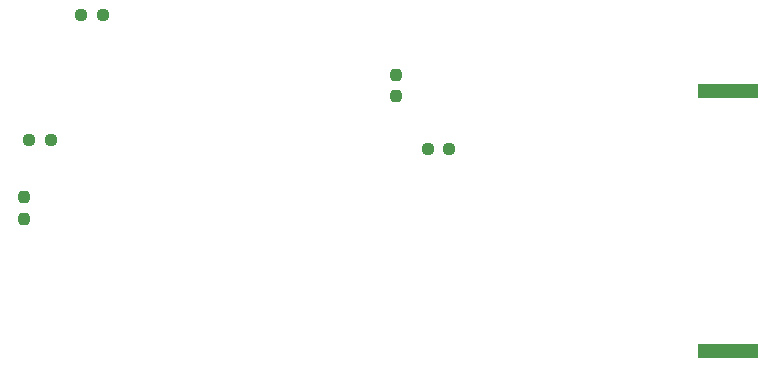
<source format=gbr>
%TF.GenerationSoftware,KiCad,Pcbnew,9.0.2*%
%TF.CreationDate,2025-08-08T14:56:36-04:00*%
%TF.ProjectId,Massachusetts,4d617373-6163-4687-9573-657474732e6b,0*%
%TF.SameCoordinates,Original*%
%TF.FileFunction,Paste,Bot*%
%TF.FilePolarity,Positive*%
%FSLAX46Y46*%
G04 Gerber Fmt 4.6, Leading zero omitted, Abs format (unit mm)*
G04 Created by KiCad (PCBNEW 9.0.2) date 2025-08-08 14:56:36*
%MOMM*%
%LPD*%
G01*
G04 APERTURE LIST*
G04 Aperture macros list*
%AMRoundRect*
0 Rectangle with rounded corners*
0 $1 Rounding radius*
0 $2 $3 $4 $5 $6 $7 $8 $9 X,Y pos of 4 corners*
0 Add a 4 corners polygon primitive as box body*
4,1,4,$2,$3,$4,$5,$6,$7,$8,$9,$2,$3,0*
0 Add four circle primitives for the rounded corners*
1,1,$1+$1,$2,$3*
1,1,$1+$1,$4,$5*
1,1,$1+$1,$6,$7*
1,1,$1+$1,$8,$9*
0 Add four rect primitives between the rounded corners*
20,1,$1+$1,$2,$3,$4,$5,0*
20,1,$1+$1,$4,$5,$6,$7,0*
20,1,$1+$1,$6,$7,$8,$9,0*
20,1,$1+$1,$8,$9,$2,$3,0*%
G04 Aperture macros list end*
%ADD10RoundRect,0.237500X-0.237500X0.250000X-0.237500X-0.250000X0.237500X-0.250000X0.237500X0.250000X0*%
%ADD11R,5.080000X1.270000*%
%ADD12RoundRect,0.237500X-0.250000X-0.237500X0.250000X-0.237500X0.250000X0.237500X-0.250000X0.237500X0*%
%ADD13RoundRect,0.237500X0.250000X0.237500X-0.250000X0.237500X-0.250000X-0.237500X0.250000X-0.237500X0*%
G04 APERTURE END LIST*
D10*
%TO.C,R5*%
X130587500Y-116412500D03*
X130587500Y-114587500D03*
%TD*%
%TO.C,R4*%
X162112500Y-104187500D03*
X162112500Y-106012500D03*
%TD*%
D11*
%TO.C,BT1*%
X190200000Y-127565000D03*
X190200000Y-105595000D03*
%TD*%
D12*
%TO.C,R2*%
X135400000Y-99100000D03*
X137225000Y-99100000D03*
%TD*%
%TO.C,R1*%
X131000000Y-109700000D03*
X132825000Y-109700000D03*
%TD*%
D13*
%TO.C,R3*%
X166575000Y-110500000D03*
X164750000Y-110500000D03*
%TD*%
M02*

</source>
